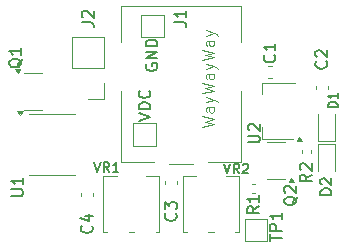
<source format=gbr>
%TF.GenerationSoftware,KiCad,Pcbnew,8.0.4*%
%TF.CreationDate,2024-09-07T16:18:19-07:00*%
%TF.ProjectId,upiez,75706965-7a2e-46b6-9963-61645f706362,rev?*%
%TF.SameCoordinates,Original*%
%TF.FileFunction,Legend,Top*%
%TF.FilePolarity,Positive*%
%FSLAX46Y46*%
G04 Gerber Fmt 4.6, Leading zero omitted, Abs format (unit mm)*
G04 Created by KiCad (PCBNEW 8.0.4) date 2024-09-07 16:18:19*
%MOMM*%
%LPD*%
G01*
G04 APERTURE LIST*
%ADD10C,0.100000*%
%ADD11C,0.150000*%
%ADD12C,0.152400*%
%ADD13C,0.127000*%
%ADD14C,0.120000*%
G04 APERTURE END LIST*
D10*
X42052419Y-35694428D02*
X43052419Y-35456333D01*
X43052419Y-35456333D02*
X42338133Y-35265857D01*
X42338133Y-35265857D02*
X43052419Y-35075381D01*
X43052419Y-35075381D02*
X42052419Y-34837286D01*
X43052419Y-34027762D02*
X42528609Y-34027762D01*
X42528609Y-34027762D02*
X42433371Y-34075381D01*
X42433371Y-34075381D02*
X42385752Y-34170619D01*
X42385752Y-34170619D02*
X42385752Y-34361095D01*
X42385752Y-34361095D02*
X42433371Y-34456333D01*
X43004800Y-34027762D02*
X43052419Y-34123000D01*
X43052419Y-34123000D02*
X43052419Y-34361095D01*
X43052419Y-34361095D02*
X43004800Y-34456333D01*
X43004800Y-34456333D02*
X42909561Y-34503952D01*
X42909561Y-34503952D02*
X42814323Y-34503952D01*
X42814323Y-34503952D02*
X42719085Y-34456333D01*
X42719085Y-34456333D02*
X42671466Y-34361095D01*
X42671466Y-34361095D02*
X42671466Y-34123000D01*
X42671466Y-34123000D02*
X42623847Y-34027762D01*
X42385752Y-33646809D02*
X43052419Y-33408714D01*
X42385752Y-33170619D02*
X43052419Y-33408714D01*
X43052419Y-33408714D02*
X43290514Y-33503952D01*
X43290514Y-33503952D02*
X43338133Y-33551571D01*
X43338133Y-33551571D02*
X43385752Y-33646809D01*
X42052419Y-32884904D02*
X43052419Y-32646809D01*
X43052419Y-32646809D02*
X42338133Y-32456333D01*
X42338133Y-32456333D02*
X43052419Y-32265857D01*
X43052419Y-32265857D02*
X42052419Y-32027762D01*
X43052419Y-31218238D02*
X42528609Y-31218238D01*
X42528609Y-31218238D02*
X42433371Y-31265857D01*
X42433371Y-31265857D02*
X42385752Y-31361095D01*
X42385752Y-31361095D02*
X42385752Y-31551571D01*
X42385752Y-31551571D02*
X42433371Y-31646809D01*
X43004800Y-31218238D02*
X43052419Y-31313476D01*
X43052419Y-31313476D02*
X43052419Y-31551571D01*
X43052419Y-31551571D02*
X43004800Y-31646809D01*
X43004800Y-31646809D02*
X42909561Y-31694428D01*
X42909561Y-31694428D02*
X42814323Y-31694428D01*
X42814323Y-31694428D02*
X42719085Y-31646809D01*
X42719085Y-31646809D02*
X42671466Y-31551571D01*
X42671466Y-31551571D02*
X42671466Y-31313476D01*
X42671466Y-31313476D02*
X42623847Y-31218238D01*
X42385752Y-30837285D02*
X43052419Y-30599190D01*
X42385752Y-30361095D02*
X43052419Y-30599190D01*
X43052419Y-30599190D02*
X43290514Y-30694428D01*
X43290514Y-30694428D02*
X43338133Y-30742047D01*
X43338133Y-30742047D02*
X43385752Y-30837285D01*
X42052419Y-30075380D02*
X43052419Y-29837285D01*
X43052419Y-29837285D02*
X42338133Y-29646809D01*
X42338133Y-29646809D02*
X43052419Y-29456333D01*
X43052419Y-29456333D02*
X42052419Y-29218238D01*
X43052419Y-28408714D02*
X42528609Y-28408714D01*
X42528609Y-28408714D02*
X42433371Y-28456333D01*
X42433371Y-28456333D02*
X42385752Y-28551571D01*
X42385752Y-28551571D02*
X42385752Y-28742047D01*
X42385752Y-28742047D02*
X42433371Y-28837285D01*
X43004800Y-28408714D02*
X43052419Y-28503952D01*
X43052419Y-28503952D02*
X43052419Y-28742047D01*
X43052419Y-28742047D02*
X43004800Y-28837285D01*
X43004800Y-28837285D02*
X42909561Y-28884904D01*
X42909561Y-28884904D02*
X42814323Y-28884904D01*
X42814323Y-28884904D02*
X42719085Y-28837285D01*
X42719085Y-28837285D02*
X42671466Y-28742047D01*
X42671466Y-28742047D02*
X42671466Y-28503952D01*
X42671466Y-28503952D02*
X42623847Y-28408714D01*
X42385752Y-28027761D02*
X43052419Y-27789666D01*
X42385752Y-27551571D02*
X43052419Y-27789666D01*
X43052419Y-27789666D02*
X43290514Y-27884904D01*
X43290514Y-27884904D02*
X43338133Y-27932523D01*
X43338133Y-27932523D02*
X43385752Y-28027761D01*
D11*
X39805780Y-43041866D02*
X39853400Y-43089485D01*
X39853400Y-43089485D02*
X39901019Y-43232342D01*
X39901019Y-43232342D02*
X39901019Y-43327580D01*
X39901019Y-43327580D02*
X39853400Y-43470437D01*
X39853400Y-43470437D02*
X39758161Y-43565675D01*
X39758161Y-43565675D02*
X39662923Y-43613294D01*
X39662923Y-43613294D02*
X39472447Y-43660913D01*
X39472447Y-43660913D02*
X39329590Y-43660913D01*
X39329590Y-43660913D02*
X39139114Y-43613294D01*
X39139114Y-43613294D02*
X39043876Y-43565675D01*
X39043876Y-43565675D02*
X38948638Y-43470437D01*
X38948638Y-43470437D02*
X38901019Y-43327580D01*
X38901019Y-43327580D02*
X38901019Y-43232342D01*
X38901019Y-43232342D02*
X38948638Y-43089485D01*
X38948638Y-43089485D02*
X38996257Y-43041866D01*
X38901019Y-42708532D02*
X38901019Y-42089485D01*
X38901019Y-42089485D02*
X39281971Y-42422818D01*
X39281971Y-42422818D02*
X39281971Y-42279961D01*
X39281971Y-42279961D02*
X39329590Y-42184723D01*
X39329590Y-42184723D02*
X39377209Y-42137104D01*
X39377209Y-42137104D02*
X39472447Y-42089485D01*
X39472447Y-42089485D02*
X39710542Y-42089485D01*
X39710542Y-42089485D02*
X39805780Y-42137104D01*
X39805780Y-42137104D02*
X39853400Y-42184723D01*
X39853400Y-42184723D02*
X39901019Y-42279961D01*
X39901019Y-42279961D02*
X39901019Y-42565675D01*
X39901019Y-42565675D02*
X39853400Y-42660913D01*
X39853400Y-42660913D02*
X39805780Y-42708532D01*
X43914893Y-38849216D02*
X44185826Y-39662016D01*
X44185826Y-39662016D02*
X44456760Y-38849216D01*
X45192150Y-39662016D02*
X44921217Y-39274969D01*
X44727693Y-39662016D02*
X44727693Y-38849216D01*
X44727693Y-38849216D02*
X45037331Y-38849216D01*
X45037331Y-38849216D02*
X45114741Y-38887921D01*
X45114741Y-38887921D02*
X45153446Y-38926626D01*
X45153446Y-38926626D02*
X45192150Y-39004035D01*
X45192150Y-39004035D02*
X45192150Y-39120150D01*
X45192150Y-39120150D02*
X45153446Y-39197559D01*
X45153446Y-39197559D02*
X45114741Y-39236264D01*
X45114741Y-39236264D02*
X45037331Y-39274969D01*
X45037331Y-39274969D02*
X44727693Y-39274969D01*
X45501789Y-38926626D02*
X45540493Y-38887921D01*
X45540493Y-38887921D02*
X45617903Y-38849216D01*
X45617903Y-38849216D02*
X45811427Y-38849216D01*
X45811427Y-38849216D02*
X45888836Y-38887921D01*
X45888836Y-38887921D02*
X45927541Y-38926626D01*
X45927541Y-38926626D02*
X45966246Y-39004035D01*
X45966246Y-39004035D02*
X45966246Y-39081445D01*
X45966246Y-39081445D02*
X45927541Y-39197559D01*
X45927541Y-39197559D02*
X45463084Y-39662016D01*
X45463084Y-39662016D02*
X45966246Y-39662016D01*
X25896219Y-41579704D02*
X26705742Y-41579704D01*
X26705742Y-41579704D02*
X26800980Y-41532085D01*
X26800980Y-41532085D02*
X26848600Y-41484466D01*
X26848600Y-41484466D02*
X26896219Y-41389228D01*
X26896219Y-41389228D02*
X26896219Y-41198752D01*
X26896219Y-41198752D02*
X26848600Y-41103514D01*
X26848600Y-41103514D02*
X26800980Y-41055895D01*
X26800980Y-41055895D02*
X26705742Y-41008276D01*
X26705742Y-41008276D02*
X25896219Y-41008276D01*
X26896219Y-40008276D02*
X26896219Y-40579704D01*
X26896219Y-40293990D02*
X25896219Y-40293990D01*
X25896219Y-40293990D02*
X26039076Y-40389228D01*
X26039076Y-40389228D02*
X26134314Y-40484466D01*
X26134314Y-40484466D02*
X26181933Y-40579704D01*
X31865219Y-26876333D02*
X32579504Y-26876333D01*
X32579504Y-26876333D02*
X32722361Y-26923952D01*
X32722361Y-26923952D02*
X32817600Y-27019190D01*
X32817600Y-27019190D02*
X32865219Y-27162047D01*
X32865219Y-27162047D02*
X32865219Y-27257285D01*
X31960457Y-26447761D02*
X31912838Y-26400142D01*
X31912838Y-26400142D02*
X31865219Y-26304904D01*
X31865219Y-26304904D02*
X31865219Y-26066809D01*
X31865219Y-26066809D02*
X31912838Y-25971571D01*
X31912838Y-25971571D02*
X31960457Y-25923952D01*
X31960457Y-25923952D02*
X32055695Y-25876333D01*
X32055695Y-25876333D02*
X32150933Y-25876333D01*
X32150933Y-25876333D02*
X32293790Y-25923952D01*
X32293790Y-25923952D02*
X32865219Y-26495380D01*
X32865219Y-26495380D02*
X32865219Y-25876333D01*
D12*
X36670745Y-35204400D02*
X37661345Y-34874200D01*
X37661345Y-34874200D02*
X36670745Y-34544000D01*
X37661345Y-34213799D02*
X36670745Y-34213799D01*
X36670745Y-34213799D02*
X36670745Y-33977942D01*
X36670745Y-33977942D02*
X36717916Y-33836428D01*
X36717916Y-33836428D02*
X36812259Y-33742085D01*
X36812259Y-33742085D02*
X36906602Y-33694914D01*
X36906602Y-33694914D02*
X37095288Y-33647742D01*
X37095288Y-33647742D02*
X37236802Y-33647742D01*
X37236802Y-33647742D02*
X37425488Y-33694914D01*
X37425488Y-33694914D02*
X37519831Y-33742085D01*
X37519831Y-33742085D02*
X37614174Y-33836428D01*
X37614174Y-33836428D02*
X37661345Y-33977942D01*
X37661345Y-33977942D02*
X37661345Y-34213799D01*
X37567002Y-32657142D02*
X37614174Y-32704314D01*
X37614174Y-32704314D02*
X37661345Y-32845828D01*
X37661345Y-32845828D02*
X37661345Y-32940171D01*
X37661345Y-32940171D02*
X37614174Y-33081685D01*
X37614174Y-33081685D02*
X37519831Y-33176028D01*
X37519831Y-33176028D02*
X37425488Y-33223199D01*
X37425488Y-33223199D02*
X37236802Y-33270371D01*
X37236802Y-33270371D02*
X37095288Y-33270371D01*
X37095288Y-33270371D02*
X36906602Y-33223199D01*
X36906602Y-33223199D02*
X36812259Y-33176028D01*
X36812259Y-33176028D02*
X36717916Y-33081685D01*
X36717916Y-33081685D02*
X36670745Y-32940171D01*
X36670745Y-32940171D02*
X36670745Y-32845828D01*
X36670745Y-32845828D02*
X36717916Y-32704314D01*
X36717916Y-32704314D02*
X36765088Y-32657142D01*
X47795945Y-45395243D02*
X47795945Y-44829186D01*
X48786545Y-45112214D02*
X47795945Y-45112214D01*
X48786545Y-44498985D02*
X47795945Y-44498985D01*
X47795945Y-44498985D02*
X47795945Y-44121614D01*
X47795945Y-44121614D02*
X47843116Y-44027271D01*
X47843116Y-44027271D02*
X47890288Y-43980100D01*
X47890288Y-43980100D02*
X47984631Y-43932928D01*
X47984631Y-43932928D02*
X48126145Y-43932928D01*
X48126145Y-43932928D02*
X48220488Y-43980100D01*
X48220488Y-43980100D02*
X48267659Y-44027271D01*
X48267659Y-44027271D02*
X48314831Y-44121614D01*
X48314831Y-44121614D02*
X48314831Y-44498985D01*
X48786545Y-42989500D02*
X48786545Y-43555557D01*
X48786545Y-43272528D02*
X47795945Y-43272528D01*
X47795945Y-43272528D02*
X47937459Y-43366871D01*
X47937459Y-43366871D02*
X48031802Y-43461214D01*
X48031802Y-43461214D02*
X48078974Y-43555557D01*
D11*
X52993218Y-41457113D02*
X52078818Y-41457113D01*
X52078818Y-41457113D02*
X52078818Y-41239399D01*
X52078818Y-41239399D02*
X52122361Y-41108770D01*
X52122361Y-41108770D02*
X52209447Y-41021685D01*
X52209447Y-41021685D02*
X52296533Y-40978142D01*
X52296533Y-40978142D02*
X52470704Y-40934599D01*
X52470704Y-40934599D02*
X52601333Y-40934599D01*
X52601333Y-40934599D02*
X52775504Y-40978142D01*
X52775504Y-40978142D02*
X52862590Y-41021685D01*
X52862590Y-41021685D02*
X52949676Y-41108770D01*
X52949676Y-41108770D02*
X52993218Y-41239399D01*
X52993218Y-41239399D02*
X52993218Y-41457113D01*
X52165904Y-40586256D02*
X52122361Y-40542713D01*
X52122361Y-40542713D02*
X52078818Y-40455628D01*
X52078818Y-40455628D02*
X52078818Y-40237913D01*
X52078818Y-40237913D02*
X52122361Y-40150828D01*
X52122361Y-40150828D02*
X52165904Y-40107285D01*
X52165904Y-40107285D02*
X52252990Y-40063742D01*
X52252990Y-40063742D02*
X52340076Y-40063742D01*
X52340076Y-40063742D02*
X52470704Y-40107285D01*
X52470704Y-40107285D02*
X52993218Y-40629799D01*
X52993218Y-40629799D02*
X52993218Y-40063742D01*
X39713819Y-26876333D02*
X40428104Y-26876333D01*
X40428104Y-26876333D02*
X40570961Y-26923952D01*
X40570961Y-26923952D02*
X40666200Y-27019190D01*
X40666200Y-27019190D02*
X40713819Y-27162047D01*
X40713819Y-27162047D02*
X40713819Y-27257285D01*
X40713819Y-25876333D02*
X40713819Y-26447761D01*
X40713819Y-26162047D02*
X39713819Y-26162047D01*
X39713819Y-26162047D02*
X39856676Y-26257285D01*
X39856676Y-26257285D02*
X39951914Y-26352523D01*
X39951914Y-26352523D02*
X39999533Y-26447761D01*
X52556580Y-30164066D02*
X52604200Y-30211685D01*
X52604200Y-30211685D02*
X52651819Y-30354542D01*
X52651819Y-30354542D02*
X52651819Y-30449780D01*
X52651819Y-30449780D02*
X52604200Y-30592637D01*
X52604200Y-30592637D02*
X52508961Y-30687875D01*
X52508961Y-30687875D02*
X52413723Y-30735494D01*
X52413723Y-30735494D02*
X52223247Y-30783113D01*
X52223247Y-30783113D02*
X52080390Y-30783113D01*
X52080390Y-30783113D02*
X51889914Y-30735494D01*
X51889914Y-30735494D02*
X51794676Y-30687875D01*
X51794676Y-30687875D02*
X51699438Y-30592637D01*
X51699438Y-30592637D02*
X51651819Y-30449780D01*
X51651819Y-30449780D02*
X51651819Y-30354542D01*
X51651819Y-30354542D02*
X51699438Y-30211685D01*
X51699438Y-30211685D02*
X51747057Y-30164066D01*
X51747057Y-29783113D02*
X51699438Y-29735494D01*
X51699438Y-29735494D02*
X51651819Y-29640256D01*
X51651819Y-29640256D02*
X51651819Y-29402161D01*
X51651819Y-29402161D02*
X51699438Y-29306923D01*
X51699438Y-29306923D02*
X51747057Y-29259304D01*
X51747057Y-29259304D02*
X51842295Y-29211685D01*
X51842295Y-29211685D02*
X51937533Y-29211685D01*
X51937533Y-29211685D02*
X52080390Y-29259304D01*
X52080390Y-29259304D02*
X52651819Y-29830732D01*
X52651819Y-29830732D02*
X52651819Y-29211685D01*
D13*
X53525738Y-34067750D02*
X52725638Y-34067750D01*
X52725638Y-34067750D02*
X52725638Y-33877250D01*
X52725638Y-33877250D02*
X52763738Y-33762950D01*
X52763738Y-33762950D02*
X52839938Y-33686750D01*
X52839938Y-33686750D02*
X52916138Y-33648650D01*
X52916138Y-33648650D02*
X53068538Y-33610550D01*
X53068538Y-33610550D02*
X53182838Y-33610550D01*
X53182838Y-33610550D02*
X53335238Y-33648650D01*
X53335238Y-33648650D02*
X53411438Y-33686750D01*
X53411438Y-33686750D02*
X53487638Y-33762950D01*
X53487638Y-33762950D02*
X53525738Y-33877250D01*
X53525738Y-33877250D02*
X53525738Y-34067750D01*
X53525738Y-32848550D02*
X53525738Y-33305750D01*
X53525738Y-33077150D02*
X52725638Y-33077150D01*
X52725638Y-33077150D02*
X52839938Y-33153350D01*
X52839938Y-33153350D02*
X52916138Y-33229550D01*
X52916138Y-33229550D02*
X52954238Y-33305750D01*
D11*
X51331019Y-39755066D02*
X50854828Y-40088399D01*
X51331019Y-40326494D02*
X50331019Y-40326494D01*
X50331019Y-40326494D02*
X50331019Y-39945542D01*
X50331019Y-39945542D02*
X50378638Y-39850304D01*
X50378638Y-39850304D02*
X50426257Y-39802685D01*
X50426257Y-39802685D02*
X50521495Y-39755066D01*
X50521495Y-39755066D02*
X50664352Y-39755066D01*
X50664352Y-39755066D02*
X50759590Y-39802685D01*
X50759590Y-39802685D02*
X50807209Y-39850304D01*
X50807209Y-39850304D02*
X50854828Y-39945542D01*
X50854828Y-39945542D02*
X50854828Y-40326494D01*
X50426257Y-39374113D02*
X50378638Y-39326494D01*
X50378638Y-39326494D02*
X50331019Y-39231256D01*
X50331019Y-39231256D02*
X50331019Y-38993161D01*
X50331019Y-38993161D02*
X50378638Y-38897923D01*
X50378638Y-38897923D02*
X50426257Y-38850304D01*
X50426257Y-38850304D02*
X50521495Y-38802685D01*
X50521495Y-38802685D02*
X50616733Y-38802685D01*
X50616733Y-38802685D02*
X50759590Y-38850304D01*
X50759590Y-38850304D02*
X51331019Y-39421732D01*
X51331019Y-39421732D02*
X51331019Y-38802685D01*
X32693780Y-44083266D02*
X32741400Y-44130885D01*
X32741400Y-44130885D02*
X32789019Y-44273742D01*
X32789019Y-44273742D02*
X32789019Y-44368980D01*
X32789019Y-44368980D02*
X32741400Y-44511837D01*
X32741400Y-44511837D02*
X32646161Y-44607075D01*
X32646161Y-44607075D02*
X32550923Y-44654694D01*
X32550923Y-44654694D02*
X32360447Y-44702313D01*
X32360447Y-44702313D02*
X32217590Y-44702313D01*
X32217590Y-44702313D02*
X32027114Y-44654694D01*
X32027114Y-44654694D02*
X31931876Y-44607075D01*
X31931876Y-44607075D02*
X31836638Y-44511837D01*
X31836638Y-44511837D02*
X31789019Y-44368980D01*
X31789019Y-44368980D02*
X31789019Y-44273742D01*
X31789019Y-44273742D02*
X31836638Y-44130885D01*
X31836638Y-44130885D02*
X31884257Y-44083266D01*
X32122352Y-43226123D02*
X32789019Y-43226123D01*
X31741400Y-43464218D02*
X32455685Y-43702313D01*
X32455685Y-43702313D02*
X32455685Y-43083266D01*
X26813657Y-29940238D02*
X26766038Y-30035476D01*
X26766038Y-30035476D02*
X26670800Y-30130714D01*
X26670800Y-30130714D02*
X26527942Y-30273571D01*
X26527942Y-30273571D02*
X26480323Y-30368809D01*
X26480323Y-30368809D02*
X26480323Y-30464047D01*
X26718419Y-30416428D02*
X26670800Y-30511666D01*
X26670800Y-30511666D02*
X26575561Y-30606904D01*
X26575561Y-30606904D02*
X26385085Y-30654523D01*
X26385085Y-30654523D02*
X26051752Y-30654523D01*
X26051752Y-30654523D02*
X25861276Y-30606904D01*
X25861276Y-30606904D02*
X25766038Y-30511666D01*
X25766038Y-30511666D02*
X25718419Y-30416428D01*
X25718419Y-30416428D02*
X25718419Y-30225952D01*
X25718419Y-30225952D02*
X25766038Y-30130714D01*
X25766038Y-30130714D02*
X25861276Y-30035476D01*
X25861276Y-30035476D02*
X26051752Y-29987857D01*
X26051752Y-29987857D02*
X26385085Y-29987857D01*
X26385085Y-29987857D02*
X26575561Y-30035476D01*
X26575561Y-30035476D02*
X26670800Y-30130714D01*
X26670800Y-30130714D02*
X26718419Y-30225952D01*
X26718419Y-30225952D02*
X26718419Y-30416428D01*
X26718419Y-29035476D02*
X26718419Y-29606904D01*
X26718419Y-29321190D02*
X25718419Y-29321190D01*
X25718419Y-29321190D02*
X25861276Y-29416428D01*
X25861276Y-29416428D02*
X25956514Y-29511666D01*
X25956514Y-29511666D02*
X26004133Y-29606904D01*
X45962219Y-37022904D02*
X46771742Y-37022904D01*
X46771742Y-37022904D02*
X46866980Y-36975285D01*
X46866980Y-36975285D02*
X46914600Y-36927666D01*
X46914600Y-36927666D02*
X46962219Y-36832428D01*
X46962219Y-36832428D02*
X46962219Y-36641952D01*
X46962219Y-36641952D02*
X46914600Y-36546714D01*
X46914600Y-36546714D02*
X46866980Y-36499095D01*
X46866980Y-36499095D02*
X46771742Y-36451476D01*
X46771742Y-36451476D02*
X45962219Y-36451476D01*
X46057457Y-36022904D02*
X46009838Y-35975285D01*
X46009838Y-35975285D02*
X45962219Y-35880047D01*
X45962219Y-35880047D02*
X45962219Y-35641952D01*
X45962219Y-35641952D02*
X46009838Y-35546714D01*
X46009838Y-35546714D02*
X46057457Y-35499095D01*
X46057457Y-35499095D02*
X46152695Y-35451476D01*
X46152695Y-35451476D02*
X46247933Y-35451476D01*
X46247933Y-35451476D02*
X46390790Y-35499095D01*
X46390790Y-35499095D02*
X46962219Y-36070523D01*
X46962219Y-36070523D02*
X46962219Y-35451476D01*
X48162380Y-29630666D02*
X48210000Y-29678285D01*
X48210000Y-29678285D02*
X48257619Y-29821142D01*
X48257619Y-29821142D02*
X48257619Y-29916380D01*
X48257619Y-29916380D02*
X48210000Y-30059237D01*
X48210000Y-30059237D02*
X48114761Y-30154475D01*
X48114761Y-30154475D02*
X48019523Y-30202094D01*
X48019523Y-30202094D02*
X47829047Y-30249713D01*
X47829047Y-30249713D02*
X47686190Y-30249713D01*
X47686190Y-30249713D02*
X47495714Y-30202094D01*
X47495714Y-30202094D02*
X47400476Y-30154475D01*
X47400476Y-30154475D02*
X47305238Y-30059237D01*
X47305238Y-30059237D02*
X47257619Y-29916380D01*
X47257619Y-29916380D02*
X47257619Y-29821142D01*
X47257619Y-29821142D02*
X47305238Y-29678285D01*
X47305238Y-29678285D02*
X47352857Y-29630666D01*
X48257619Y-28678285D02*
X48257619Y-29249713D01*
X48257619Y-28963999D02*
X47257619Y-28963999D01*
X47257619Y-28963999D02*
X47400476Y-29059237D01*
X47400476Y-29059237D02*
X47495714Y-29154475D01*
X47495714Y-29154475D02*
X47543333Y-29249713D01*
D12*
X37327516Y-30396542D02*
X37280345Y-30490885D01*
X37280345Y-30490885D02*
X37280345Y-30632399D01*
X37280345Y-30632399D02*
X37327516Y-30773913D01*
X37327516Y-30773913D02*
X37421859Y-30868256D01*
X37421859Y-30868256D02*
X37516202Y-30915427D01*
X37516202Y-30915427D02*
X37704888Y-30962599D01*
X37704888Y-30962599D02*
X37846402Y-30962599D01*
X37846402Y-30962599D02*
X38035088Y-30915427D01*
X38035088Y-30915427D02*
X38129431Y-30868256D01*
X38129431Y-30868256D02*
X38223774Y-30773913D01*
X38223774Y-30773913D02*
X38270945Y-30632399D01*
X38270945Y-30632399D02*
X38270945Y-30538056D01*
X38270945Y-30538056D02*
X38223774Y-30396542D01*
X38223774Y-30396542D02*
X38176602Y-30349370D01*
X38176602Y-30349370D02*
X37846402Y-30349370D01*
X37846402Y-30349370D02*
X37846402Y-30538056D01*
X38270945Y-29924827D02*
X37280345Y-29924827D01*
X37280345Y-29924827D02*
X38270945Y-29358770D01*
X38270945Y-29358770D02*
X37280345Y-29358770D01*
X38270945Y-28887056D02*
X37280345Y-28887056D01*
X37280345Y-28887056D02*
X37280345Y-28651199D01*
X37280345Y-28651199D02*
X37327516Y-28509685D01*
X37327516Y-28509685D02*
X37421859Y-28415342D01*
X37421859Y-28415342D02*
X37516202Y-28368171D01*
X37516202Y-28368171D02*
X37704888Y-28320999D01*
X37704888Y-28320999D02*
X37846402Y-28320999D01*
X37846402Y-28320999D02*
X38035088Y-28368171D01*
X38035088Y-28368171D02*
X38129431Y-28415342D01*
X38129431Y-28415342D02*
X38223774Y-28509685D01*
X38223774Y-28509685D02*
X38270945Y-28651199D01*
X38270945Y-28651199D02*
X38270945Y-28887056D01*
D11*
X32916693Y-38722216D02*
X33187626Y-39535016D01*
X33187626Y-39535016D02*
X33458560Y-38722216D01*
X34193950Y-39535016D02*
X33923017Y-39147969D01*
X33729493Y-39535016D02*
X33729493Y-38722216D01*
X33729493Y-38722216D02*
X34039131Y-38722216D01*
X34039131Y-38722216D02*
X34116541Y-38760921D01*
X34116541Y-38760921D02*
X34155246Y-38799626D01*
X34155246Y-38799626D02*
X34193950Y-38877035D01*
X34193950Y-38877035D02*
X34193950Y-38993150D01*
X34193950Y-38993150D02*
X34155246Y-39070559D01*
X34155246Y-39070559D02*
X34116541Y-39109264D01*
X34116541Y-39109264D02*
X34039131Y-39147969D01*
X34039131Y-39147969D02*
X33729493Y-39147969D01*
X34968046Y-39535016D02*
X34503589Y-39535016D01*
X34735817Y-39535016D02*
X34735817Y-38722216D01*
X34735817Y-38722216D02*
X34658408Y-38838331D01*
X34658408Y-38838331D02*
X34580998Y-38915740D01*
X34580998Y-38915740D02*
X34503589Y-38954445D01*
X50105457Y-41614038D02*
X50057838Y-41709276D01*
X50057838Y-41709276D02*
X49962600Y-41804514D01*
X49962600Y-41804514D02*
X49819742Y-41947371D01*
X49819742Y-41947371D02*
X49772123Y-42042609D01*
X49772123Y-42042609D02*
X49772123Y-42137847D01*
X50010219Y-42090228D02*
X49962600Y-42185466D01*
X49962600Y-42185466D02*
X49867361Y-42280704D01*
X49867361Y-42280704D02*
X49676885Y-42328323D01*
X49676885Y-42328323D02*
X49343552Y-42328323D01*
X49343552Y-42328323D02*
X49153076Y-42280704D01*
X49153076Y-42280704D02*
X49057838Y-42185466D01*
X49057838Y-42185466D02*
X49010219Y-42090228D01*
X49010219Y-42090228D02*
X49010219Y-41899752D01*
X49010219Y-41899752D02*
X49057838Y-41804514D01*
X49057838Y-41804514D02*
X49153076Y-41709276D01*
X49153076Y-41709276D02*
X49343552Y-41661657D01*
X49343552Y-41661657D02*
X49676885Y-41661657D01*
X49676885Y-41661657D02*
X49867361Y-41709276D01*
X49867361Y-41709276D02*
X49962600Y-41804514D01*
X49962600Y-41804514D02*
X50010219Y-41899752D01*
X50010219Y-41899752D02*
X50010219Y-42090228D01*
X49105457Y-41280704D02*
X49057838Y-41233085D01*
X49057838Y-41233085D02*
X49010219Y-41137847D01*
X49010219Y-41137847D02*
X49010219Y-40899752D01*
X49010219Y-40899752D02*
X49057838Y-40804514D01*
X49057838Y-40804514D02*
X49105457Y-40756895D01*
X49105457Y-40756895D02*
X49200695Y-40709276D01*
X49200695Y-40709276D02*
X49295933Y-40709276D01*
X49295933Y-40709276D02*
X49438790Y-40756895D01*
X49438790Y-40756895D02*
X50010219Y-41328323D01*
X50010219Y-41328323D02*
X50010219Y-40709276D01*
X46860619Y-42457666D02*
X46384428Y-42790999D01*
X46860619Y-43029094D02*
X45860619Y-43029094D01*
X45860619Y-43029094D02*
X45860619Y-42648142D01*
X45860619Y-42648142D02*
X45908238Y-42552904D01*
X45908238Y-42552904D02*
X45955857Y-42505285D01*
X45955857Y-42505285D02*
X46051095Y-42457666D01*
X46051095Y-42457666D02*
X46193952Y-42457666D01*
X46193952Y-42457666D02*
X46289190Y-42505285D01*
X46289190Y-42505285D02*
X46336809Y-42552904D01*
X46336809Y-42552904D02*
X46384428Y-42648142D01*
X46384428Y-42648142D02*
X46384428Y-43029094D01*
X46860619Y-41505285D02*
X46860619Y-42076713D01*
X46860619Y-41790999D02*
X45860619Y-41790999D01*
X45860619Y-41790999D02*
X46003476Y-41886237D01*
X46003476Y-41886237D02*
X46098714Y-41981475D01*
X46098714Y-41981475D02*
X46146333Y-42076713D01*
D14*
%TO.C,C3*%
X38936200Y-40296220D02*
X38936200Y-40577380D01*
X39956200Y-40296220D02*
X39956200Y-40577380D01*
%TO.C,VR2*%
X40429000Y-44584800D02*
X40429000Y-39844800D01*
X40739000Y-44584800D02*
X40429000Y-44584800D01*
X41539000Y-39844800D02*
X40429000Y-39844800D01*
X43039000Y-44584800D02*
X42559000Y-44584800D01*
X45169000Y-39844800D02*
X44069000Y-39844800D01*
X45169000Y-44584800D02*
X44859000Y-44584800D01*
X45169000Y-44584800D02*
X45169000Y-39844800D01*
%TO.C,U1*%
X29362400Y-34651000D02*
X27412400Y-34651000D01*
X29362400Y-34651000D02*
X31312400Y-34651000D01*
X29362400Y-39771000D02*
X27412400Y-39771000D01*
X29362400Y-39771000D02*
X31312400Y-39771000D01*
X26662400Y-34746000D02*
X26422400Y-34416000D01*
X26902400Y-34416000D01*
X26662400Y-34746000D01*
G36*
X26662400Y-34746000D02*
G01*
X26422400Y-34416000D01*
X26902400Y-34416000D01*
X26662400Y-34746000D01*
G37*
%TO.C,J2*%
X31080400Y-30734000D02*
X31080400Y-28134000D01*
X33740400Y-28134000D02*
X31080400Y-28134000D01*
X33740400Y-30734000D02*
X31080400Y-30734000D01*
X33740400Y-30734000D02*
X33740400Y-28134000D01*
X33740400Y-32004000D02*
X33740400Y-33334000D01*
X33740400Y-33334000D02*
X32410400Y-33334000D01*
%TO.C,VDC*%
X36235600Y-35397400D02*
X38135600Y-35397400D01*
X36235600Y-37297400D02*
X36235600Y-35397400D01*
X38135600Y-35397400D02*
X38135600Y-37297400D01*
X38135600Y-37297400D02*
X36235600Y-37297400D01*
%TO.C,TP1*%
X45659000Y-43500000D02*
X47559000Y-43500000D01*
X45659000Y-45400000D02*
X45659000Y-43500000D01*
X47559000Y-43500000D02*
X47559000Y-45400000D01*
X47559000Y-45400000D02*
X45659000Y-45400000D01*
%TO.C,D2*%
X51843000Y-37138200D02*
X51843000Y-39423200D01*
X53313000Y-37138200D02*
X51843000Y-37138200D01*
X53313000Y-39423200D02*
X53313000Y-37138200D01*
%TO.C,J1*%
X35149000Y-25482000D02*
X45369000Y-25482000D01*
X35149000Y-28542000D02*
X35149000Y-25482000D01*
X35149000Y-38702000D02*
X35149000Y-32642000D01*
X37959000Y-38702000D02*
X35149000Y-38702000D01*
X41259000Y-38892000D02*
X39259000Y-38892000D01*
X45369000Y-25482000D02*
X45369000Y-28542000D01*
X45369000Y-32642000D02*
X45369000Y-38702000D01*
X45369000Y-38702000D02*
X42559000Y-38702000D01*
%TO.C,C2*%
X51661600Y-32550980D02*
X51661600Y-32269820D01*
X52681600Y-32550980D02*
X52681600Y-32269820D01*
%TO.C,D1*%
X51843000Y-34648200D02*
X51843000Y-36933200D01*
X51843000Y-36933200D02*
X53313000Y-36933200D01*
X53313000Y-36933200D02*
X53313000Y-34648200D01*
%TO.C,R2*%
X50496200Y-37964041D02*
X50496200Y-37656759D01*
X51256200Y-37964041D02*
X51256200Y-37656759D01*
%TO.C,C4*%
X31824200Y-41312220D02*
X31824200Y-41593380D01*
X32844200Y-41312220D02*
X32844200Y-41593380D01*
%TO.C,Q1*%
X27736800Y-31140000D02*
X26936800Y-31140000D01*
X27736800Y-31140000D02*
X28536800Y-31140000D01*
X27736800Y-34260000D02*
X26936800Y-34260000D01*
X27736800Y-34260000D02*
X28536800Y-34260000D01*
X26436800Y-31190000D02*
X26196800Y-30860000D01*
X26676800Y-30860000D01*
X26436800Y-31190000D01*
G36*
X26436800Y-31190000D02*
G01*
X26196800Y-30860000D01*
X26676800Y-30860000D01*
X26436800Y-31190000D01*
G37*
%TO.C,U2*%
X47158800Y-31983900D02*
X49878800Y-31983900D01*
X47158800Y-32963900D02*
X47158800Y-31983900D01*
X47158800Y-35723900D02*
X47158800Y-36703900D01*
X49738800Y-36703900D02*
X47158800Y-36703900D01*
X50528800Y-36883900D02*
X50048800Y-36883900D01*
X50288800Y-36553900D01*
X50528800Y-36883900D01*
G36*
X50528800Y-36883900D02*
G01*
X50048800Y-36883900D01*
X50288800Y-36553900D01*
X50528800Y-36883900D01*
G37*
%TO.C,C1*%
X47662220Y-30528800D02*
X47943380Y-30528800D01*
X47662220Y-31548800D02*
X47943380Y-31548800D01*
%TO.C,GND*%
X36896000Y-26228000D02*
X38796000Y-26228000D01*
X36896000Y-28128000D02*
X36896000Y-26228000D01*
X38796000Y-26228000D02*
X38796000Y-28128000D01*
X38796000Y-28128000D02*
X36896000Y-28128000D01*
%TO.C,VR1*%
X33698000Y-44584800D02*
X33698000Y-39844800D01*
X34008000Y-44584800D02*
X33698000Y-44584800D01*
X34808000Y-39844800D02*
X33698000Y-39844800D01*
X36308000Y-44584800D02*
X35828000Y-44584800D01*
X38438000Y-39844800D02*
X37338000Y-39844800D01*
X38438000Y-44584800D02*
X38128000Y-44584800D01*
X38438000Y-44584800D02*
X38438000Y-39844800D01*
%TO.C,Q2*%
X48310800Y-37012400D02*
X47510800Y-37012400D01*
X48310800Y-37012400D02*
X49110800Y-37012400D01*
X48310800Y-40132400D02*
X47510800Y-40132400D01*
X48310800Y-40132400D02*
X49110800Y-40132400D01*
X49850800Y-40412400D02*
X49370800Y-40412400D01*
X49610800Y-40082400D01*
X49850800Y-40412400D01*
G36*
X49850800Y-40412400D02*
G01*
X49370800Y-40412400D01*
X49610800Y-40082400D01*
X49850800Y-40412400D01*
G37*
%TO.C,R1*%
X46252159Y-40539400D02*
X46559441Y-40539400D01*
X46252159Y-41299400D02*
X46559441Y-41299400D01*
%TD*%
M02*

</source>
